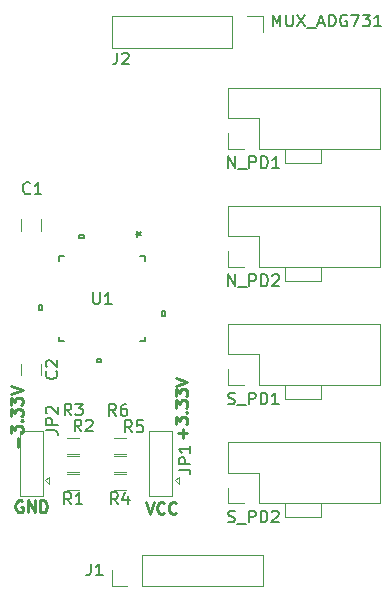
<source format=gto>
%TF.GenerationSoftware,KiCad,Pcbnew,(5.1.6-0-10_14)*%
%TF.CreationDate,2020-09-10T15:29:25+09:00*%
%TF.ProjectId,qPCR-photo_mux_ADG731BSUZ,71504352-2d70-4686-9f74-6f5f6d75785f,rev?*%
%TF.SameCoordinates,Original*%
%TF.FileFunction,Legend,Top*%
%TF.FilePolarity,Positive*%
%FSLAX46Y46*%
G04 Gerber Fmt 4.6, Leading zero omitted, Abs format (unit mm)*
G04 Created by KiCad (PCBNEW (5.1.6-0-10_14)) date 2020-09-10 15:29:25*
%MOMM*%
%LPD*%
G01*
G04 APERTURE LIST*
%ADD10C,0.250000*%
%ADD11C,0.150000*%
%ADD12C,0.120000*%
%ADD13C,0.152400*%
G04 APERTURE END LIST*
D10*
X94683746Y-104229920D02*
X95017080Y-105229920D01*
X95350413Y-104229920D01*
X96255175Y-105134682D02*
X96207556Y-105182301D01*
X96064699Y-105229920D01*
X95969460Y-105229920D01*
X95826603Y-105182301D01*
X95731365Y-105087063D01*
X95683746Y-104991825D01*
X95636127Y-104801349D01*
X95636127Y-104658492D01*
X95683746Y-104468016D01*
X95731365Y-104372778D01*
X95826603Y-104277540D01*
X95969460Y-104229920D01*
X96064699Y-104229920D01*
X96207556Y-104277540D01*
X96255175Y-104325159D01*
X97255175Y-105134682D02*
X97207556Y-105182301D01*
X97064699Y-105229920D01*
X96969460Y-105229920D01*
X96826603Y-105182301D01*
X96731365Y-105087063D01*
X96683746Y-104991825D01*
X96636127Y-104801349D01*
X96636127Y-104658492D01*
X96683746Y-104468016D01*
X96731365Y-104372778D01*
X96826603Y-104277540D01*
X96969460Y-104229920D01*
X97064699Y-104229920D01*
X97207556Y-104277540D01*
X97255175Y-104325159D01*
X84229035Y-104140380D02*
X84133797Y-104092760D01*
X83990940Y-104092760D01*
X83848082Y-104140380D01*
X83752844Y-104235618D01*
X83705225Y-104330856D01*
X83657606Y-104521332D01*
X83657606Y-104664189D01*
X83705225Y-104854665D01*
X83752844Y-104949903D01*
X83848082Y-105045141D01*
X83990940Y-105092760D01*
X84086178Y-105092760D01*
X84229035Y-105045141D01*
X84276654Y-104997522D01*
X84276654Y-104664189D01*
X84086178Y-104664189D01*
X84705225Y-105092760D02*
X84705225Y-104092760D01*
X85276654Y-105092760D01*
X85276654Y-104092760D01*
X85752844Y-105092760D02*
X85752844Y-104092760D01*
X85990940Y-104092760D01*
X86133797Y-104140380D01*
X86229035Y-104235618D01*
X86276654Y-104330856D01*
X86324273Y-104521332D01*
X86324273Y-104664189D01*
X86276654Y-104854665D01*
X86229035Y-104949903D01*
X86133797Y-105045141D01*
X85990940Y-105092760D01*
X85752844Y-105092760D01*
X83881268Y-99537210D02*
X83881268Y-98775305D01*
X83262220Y-98394353D02*
X83262220Y-97775305D01*
X83643173Y-98108639D01*
X83643173Y-97965781D01*
X83690792Y-97870543D01*
X83738411Y-97822924D01*
X83833649Y-97775305D01*
X84071744Y-97775305D01*
X84166982Y-97822924D01*
X84214601Y-97870543D01*
X84262220Y-97965781D01*
X84262220Y-98251496D01*
X84214601Y-98346734D01*
X84166982Y-98394353D01*
X84166982Y-97346734D02*
X84214601Y-97299115D01*
X84262220Y-97346734D01*
X84214601Y-97394353D01*
X84166982Y-97346734D01*
X84262220Y-97346734D01*
X83262220Y-96965781D02*
X83262220Y-96346734D01*
X83643173Y-96680067D01*
X83643173Y-96537210D01*
X83690792Y-96441972D01*
X83738411Y-96394353D01*
X83833649Y-96346734D01*
X84071744Y-96346734D01*
X84166982Y-96394353D01*
X84214601Y-96441972D01*
X84262220Y-96537210D01*
X84262220Y-96822924D01*
X84214601Y-96918162D01*
X84166982Y-96965781D01*
X83262220Y-96013400D02*
X83262220Y-95394353D01*
X83643173Y-95727686D01*
X83643173Y-95584829D01*
X83690792Y-95489591D01*
X83738411Y-95441972D01*
X83833649Y-95394353D01*
X84071744Y-95394353D01*
X84166982Y-95441972D01*
X84214601Y-95489591D01*
X84262220Y-95584829D01*
X84262220Y-95870543D01*
X84214601Y-95965781D01*
X84166982Y-96013400D01*
X83262220Y-95108639D02*
X84262220Y-94775305D01*
X83262220Y-94441972D01*
X97825868Y-98800610D02*
X97825868Y-98038705D01*
X98206820Y-98419658D02*
X97444916Y-98419658D01*
X97206820Y-97657753D02*
X97206820Y-97038705D01*
X97587773Y-97372039D01*
X97587773Y-97229181D01*
X97635392Y-97133943D01*
X97683011Y-97086324D01*
X97778249Y-97038705D01*
X98016344Y-97038705D01*
X98111582Y-97086324D01*
X98159201Y-97133943D01*
X98206820Y-97229181D01*
X98206820Y-97514896D01*
X98159201Y-97610134D01*
X98111582Y-97657753D01*
X98111582Y-96610134D02*
X98159201Y-96562515D01*
X98206820Y-96610134D01*
X98159201Y-96657753D01*
X98111582Y-96610134D01*
X98206820Y-96610134D01*
X97206820Y-96229181D02*
X97206820Y-95610134D01*
X97587773Y-95943467D01*
X97587773Y-95800610D01*
X97635392Y-95705372D01*
X97683011Y-95657753D01*
X97778249Y-95610134D01*
X98016344Y-95610134D01*
X98111582Y-95657753D01*
X98159201Y-95705372D01*
X98206820Y-95800610D01*
X98206820Y-96086324D01*
X98159201Y-96181562D01*
X98111582Y-96229181D01*
X97206820Y-95276800D02*
X97206820Y-94657753D01*
X97587773Y-94991086D01*
X97587773Y-94848229D01*
X97635392Y-94752991D01*
X97683011Y-94705372D01*
X97778249Y-94657753D01*
X98016344Y-94657753D01*
X98111582Y-94705372D01*
X98159201Y-94752991D01*
X98206820Y-94848229D01*
X98206820Y-95133943D01*
X98159201Y-95229181D01*
X98111582Y-95276800D01*
X97206820Y-94372039D02*
X98206820Y-94038705D01*
X97206820Y-93705372D01*
D11*
X105428571Y-63952380D02*
X105428571Y-62952380D01*
X105761904Y-63666666D01*
X106095238Y-62952380D01*
X106095238Y-63952380D01*
X106571428Y-62952380D02*
X106571428Y-63761904D01*
X106619047Y-63857142D01*
X106666666Y-63904761D01*
X106761904Y-63952380D01*
X106952380Y-63952380D01*
X107047619Y-63904761D01*
X107095238Y-63857142D01*
X107142857Y-63761904D01*
X107142857Y-62952380D01*
X107523809Y-62952380D02*
X108190476Y-63952380D01*
X108190476Y-62952380D02*
X107523809Y-63952380D01*
X108333333Y-64047619D02*
X109095238Y-64047619D01*
X109285714Y-63666666D02*
X109761904Y-63666666D01*
X109190476Y-63952380D02*
X109523809Y-62952380D01*
X109857142Y-63952380D01*
X110190476Y-63952380D02*
X110190476Y-62952380D01*
X110428571Y-62952380D01*
X110571428Y-63000000D01*
X110666666Y-63095238D01*
X110714285Y-63190476D01*
X110761904Y-63380952D01*
X110761904Y-63523809D01*
X110714285Y-63714285D01*
X110666666Y-63809523D01*
X110571428Y-63904761D01*
X110428571Y-63952380D01*
X110190476Y-63952380D01*
X111714285Y-63000000D02*
X111619047Y-62952380D01*
X111476190Y-62952380D01*
X111333333Y-63000000D01*
X111238095Y-63095238D01*
X111190476Y-63190476D01*
X111142857Y-63380952D01*
X111142857Y-63523809D01*
X111190476Y-63714285D01*
X111238095Y-63809523D01*
X111333333Y-63904761D01*
X111476190Y-63952380D01*
X111571428Y-63952380D01*
X111714285Y-63904761D01*
X111761904Y-63857142D01*
X111761904Y-63523809D01*
X111571428Y-63523809D01*
X112095238Y-62952380D02*
X112761904Y-62952380D01*
X112333333Y-63952380D01*
X113047619Y-62952380D02*
X113666666Y-62952380D01*
X113333333Y-63333333D01*
X113476190Y-63333333D01*
X113571428Y-63380952D01*
X113619047Y-63428571D01*
X113666666Y-63523809D01*
X113666666Y-63761904D01*
X113619047Y-63857142D01*
X113571428Y-63904761D01*
X113476190Y-63952380D01*
X113190476Y-63952380D01*
X113095238Y-63904761D01*
X113047619Y-63857142D01*
X114619047Y-63952380D02*
X114047619Y-63952380D01*
X114333333Y-63952380D02*
X114333333Y-62952380D01*
X114238095Y-63095238D01*
X114142857Y-63190476D01*
X114047619Y-63238095D01*
D12*
%TO.C,C1*%
X84150000Y-80250000D02*
X84150000Y-81250000D01*
X85850000Y-81250000D02*
X85850000Y-80250000D01*
%TO.C,C2*%
X84150000Y-92500000D02*
X84150000Y-93500000D01*
X85850000Y-93500000D02*
X85850000Y-92500000D01*
%TO.C,J1*%
X104628000Y-111330000D02*
X104628000Y-108670000D01*
X94408000Y-111330000D02*
X104628000Y-111330000D01*
X94408000Y-108670000D02*
X104628000Y-108670000D01*
X94408000Y-111330000D02*
X94408000Y-108670000D01*
X93138000Y-111330000D02*
X91808000Y-111330000D01*
X91808000Y-111330000D02*
X91808000Y-110000000D01*
%TO.C,J2*%
X104628000Y-63110000D02*
X104628000Y-64440000D01*
X103298000Y-63110000D02*
X104628000Y-63110000D01*
X102028000Y-63110000D02*
X102028000Y-65770000D01*
X102028000Y-65770000D02*
X91808000Y-65770000D01*
X102028000Y-63110000D02*
X91808000Y-63110000D01*
X91808000Y-63110000D02*
X91808000Y-65770000D01*
%TO.C,JP1*%
X95000000Y-103750000D02*
X95000000Y-98250000D01*
X95000000Y-98250000D02*
X96950000Y-98250000D01*
X96950000Y-98250000D02*
X96950000Y-103750000D01*
X96950000Y-103750000D02*
X95000000Y-103750000D01*
X97200000Y-102400000D02*
X97500000Y-102700000D01*
X97500000Y-102700000D02*
X97500000Y-102100000D01*
X97500000Y-102100000D02*
X97200000Y-102400000D01*
%TO.C,JP2*%
X86500000Y-102100000D02*
X86200000Y-102400000D01*
X86500000Y-102700000D02*
X86500000Y-102100000D01*
X86200000Y-102400000D02*
X86500000Y-102700000D01*
X85950000Y-103750000D02*
X84000000Y-103750000D01*
X85950000Y-98250000D02*
X85950000Y-103750000D01*
X84000000Y-98250000D02*
X85950000Y-98250000D01*
X84000000Y-103750000D02*
X84000000Y-98250000D01*
%TO.C,N_PD1*%
X109500000Y-75500000D02*
X109500000Y-74330000D01*
X106500000Y-75500000D02*
X109500000Y-75500000D01*
X106500000Y-74330000D02*
X106500000Y-75500000D01*
X114490000Y-74330000D02*
X114490000Y-69130000D01*
X104270000Y-74330000D02*
X114490000Y-74330000D01*
X101670000Y-69130000D02*
X114490000Y-69130000D01*
X104270000Y-74330000D02*
X104270000Y-71730000D01*
X104270000Y-71730000D02*
X101670000Y-71730000D01*
X101670000Y-71730000D02*
X101670000Y-69130000D01*
X103000000Y-74330000D02*
X101670000Y-74330000D01*
X101670000Y-74330000D02*
X101670000Y-73000000D01*
%TO.C,N_PD2*%
X101670000Y-84330000D02*
X101670000Y-83000000D01*
X103000000Y-84330000D02*
X101670000Y-84330000D01*
X101670000Y-81730000D02*
X101670000Y-79130000D01*
X104270000Y-81730000D02*
X101670000Y-81730000D01*
X104270000Y-84330000D02*
X104270000Y-81730000D01*
X101670000Y-79130000D02*
X114490000Y-79130000D01*
X104270000Y-84330000D02*
X114490000Y-84330000D01*
X114490000Y-84330000D02*
X114490000Y-79130000D01*
X106500000Y-84330000D02*
X106500000Y-85500000D01*
X106500000Y-85500000D02*
X109500000Y-85500000D01*
X109500000Y-85500000D02*
X109500000Y-84330000D01*
%TO.C,R1*%
X89000000Y-103180000D02*
X88000000Y-103180000D01*
X88000000Y-101820000D02*
X89000000Y-101820000D01*
%TO.C,R2*%
X89000000Y-101680000D02*
X88000000Y-101680000D01*
X88000000Y-100320000D02*
X89000000Y-100320000D01*
%TO.C,R3*%
X89000000Y-100180000D02*
X88000000Y-100180000D01*
X88000000Y-98820000D02*
X89000000Y-98820000D01*
%TO.C,R4*%
X93000000Y-103180000D02*
X92000000Y-103180000D01*
X92000000Y-101820000D02*
X93000000Y-101820000D01*
%TO.C,R5*%
X93000000Y-101680000D02*
X92000000Y-101680000D01*
X92000000Y-100320000D02*
X93000000Y-100320000D01*
%TO.C,R6*%
X93000000Y-100180000D02*
X92000000Y-100180000D01*
X92000000Y-98820000D02*
X93000000Y-98820000D01*
%TO.C,S_PD1*%
X101670000Y-94330000D02*
X101670000Y-93000000D01*
X103000000Y-94330000D02*
X101670000Y-94330000D01*
X101670000Y-91730000D02*
X101670000Y-89130000D01*
X104270000Y-91730000D02*
X101670000Y-91730000D01*
X104270000Y-94330000D02*
X104270000Y-91730000D01*
X101670000Y-89130000D02*
X114490000Y-89130000D01*
X104270000Y-94330000D02*
X114490000Y-94330000D01*
X114490000Y-94330000D02*
X114490000Y-89130000D01*
X106500000Y-94330000D02*
X106500000Y-95500000D01*
X106500000Y-95500000D02*
X109500000Y-95500000D01*
X109500000Y-95500000D02*
X109500000Y-94330000D01*
%TO.C,S_PD2*%
X109500000Y-105500000D02*
X109500000Y-104330000D01*
X106500000Y-105500000D02*
X109500000Y-105500000D01*
X106500000Y-104330000D02*
X106500000Y-105500000D01*
X114490000Y-104330000D02*
X114490000Y-99130000D01*
X104270000Y-104330000D02*
X114490000Y-104330000D01*
X101670000Y-99130000D02*
X114490000Y-99130000D01*
X104270000Y-104330000D02*
X104270000Y-101730000D01*
X104270000Y-101730000D02*
X101670000Y-101730000D01*
X101670000Y-101730000D02*
X101670000Y-99130000D01*
X103000000Y-104330000D02*
X101670000Y-104330000D01*
X101670000Y-104330000D02*
X101670000Y-103000000D01*
D13*
%TO.C,U1*%
X96105400Y-88440500D02*
X96105400Y-88059500D01*
X96359400Y-88440500D02*
X96105400Y-88440500D01*
X96359400Y-88059500D02*
X96359400Y-88440500D01*
X96105400Y-88059500D02*
X96359400Y-88059500D01*
X90940501Y-92105400D02*
X90940501Y-92359400D01*
X90559500Y-92105400D02*
X90940501Y-92105400D01*
X90559500Y-92359400D02*
X90559500Y-92105400D01*
X90940501Y-92359400D02*
X90559500Y-92359400D01*
X85894600Y-87940501D02*
X85894600Y-87559501D01*
X85640600Y-87940501D02*
X85894600Y-87940501D01*
X85640600Y-87559501D02*
X85640600Y-87940501D01*
X85894600Y-87559501D02*
X85640600Y-87559501D01*
X89440501Y-81894600D02*
X89440501Y-81640600D01*
X89059501Y-81894600D02*
X89440501Y-81894600D01*
X89059501Y-81640600D02*
X89059501Y-81894600D01*
X89440501Y-81640600D02*
X89059501Y-81640600D01*
X94632200Y-83777560D02*
X94632200Y-83367800D01*
X94222440Y-90632200D02*
X94632200Y-90632200D01*
X87367800Y-90222440D02*
X87367800Y-90632200D01*
X87777560Y-83367800D02*
X87367800Y-83367800D01*
X94632200Y-83367800D02*
X94222440Y-83367800D01*
X94632200Y-90632200D02*
X94632200Y-90222440D01*
X87367800Y-90632200D02*
X87777560Y-90632200D01*
X87367800Y-83367800D02*
X87367800Y-83777560D01*
%TO.C,C1*%
D11*
X84895393Y-78058282D02*
X84847774Y-78105901D01*
X84704917Y-78153520D01*
X84609679Y-78153520D01*
X84466821Y-78105901D01*
X84371583Y-78010663D01*
X84323964Y-77915425D01*
X84276345Y-77724949D01*
X84276345Y-77582092D01*
X84323964Y-77391616D01*
X84371583Y-77296378D01*
X84466821Y-77201140D01*
X84609679Y-77153520D01*
X84704917Y-77153520D01*
X84847774Y-77201140D01*
X84895393Y-77248759D01*
X85847774Y-78153520D02*
X85276345Y-78153520D01*
X85562060Y-78153520D02*
X85562060Y-77153520D01*
X85466821Y-77296378D01*
X85371583Y-77391616D01*
X85276345Y-77439235D01*
%TO.C,C2*%
X87107142Y-93166666D02*
X87154761Y-93214285D01*
X87202380Y-93357142D01*
X87202380Y-93452380D01*
X87154761Y-93595238D01*
X87059523Y-93690476D01*
X86964285Y-93738095D01*
X86773809Y-93785714D01*
X86630952Y-93785714D01*
X86440476Y-93738095D01*
X86345238Y-93690476D01*
X86250000Y-93595238D01*
X86202380Y-93452380D01*
X86202380Y-93357142D01*
X86250000Y-93214285D01*
X86297619Y-93166666D01*
X86297619Y-92785714D02*
X86250000Y-92738095D01*
X86202380Y-92642857D01*
X86202380Y-92404761D01*
X86250000Y-92309523D01*
X86297619Y-92261904D01*
X86392857Y-92214285D01*
X86488095Y-92214285D01*
X86630952Y-92261904D01*
X87202380Y-92833333D01*
X87202380Y-92214285D01*
%TO.C,J1*%
X90050026Y-109442000D02*
X90050026Y-110156286D01*
X90002407Y-110299143D01*
X89907169Y-110394381D01*
X89764312Y-110442000D01*
X89669074Y-110442000D01*
X91050026Y-110442000D02*
X90478598Y-110442000D01*
X90764312Y-110442000D02*
X90764312Y-109442000D01*
X90669074Y-109584858D01*
X90573836Y-109680096D01*
X90478598Y-109727715D01*
%TO.C,J2*%
X92257286Y-66165480D02*
X92257286Y-66879766D01*
X92209667Y-67022623D01*
X92114429Y-67117861D01*
X91971572Y-67165480D01*
X91876334Y-67165480D01*
X92685858Y-66260719D02*
X92733477Y-66213100D01*
X92828715Y-66165480D01*
X93066810Y-66165480D01*
X93162048Y-66213100D01*
X93209667Y-66260719D01*
X93257286Y-66355957D01*
X93257286Y-66451195D01*
X93209667Y-66594052D01*
X92638239Y-67165480D01*
X93257286Y-67165480D01*
%TO.C,JP1*%
X97470980Y-101485913D02*
X98185266Y-101485913D01*
X98328123Y-101533532D01*
X98423361Y-101628770D01*
X98470980Y-101771627D01*
X98470980Y-101866865D01*
X98470980Y-101009722D02*
X97470980Y-101009722D01*
X97470980Y-100628770D01*
X97518600Y-100533532D01*
X97566219Y-100485913D01*
X97661457Y-100438294D01*
X97804314Y-100438294D01*
X97899552Y-100485913D01*
X97947171Y-100533532D01*
X97994790Y-100628770D01*
X97994790Y-101009722D01*
X98470980Y-99485913D02*
X98470980Y-100057341D01*
X98470980Y-99771627D02*
X97470980Y-99771627D01*
X97613838Y-99866865D01*
X97709076Y-99962103D01*
X97756695Y-100057341D01*
%TO.C,JP2*%
X86223860Y-98138193D02*
X86938146Y-98138193D01*
X87081003Y-98185812D01*
X87176241Y-98281050D01*
X87223860Y-98423907D01*
X87223860Y-98519145D01*
X87223860Y-97662002D02*
X86223860Y-97662002D01*
X86223860Y-97281050D01*
X86271480Y-97185812D01*
X86319099Y-97138193D01*
X86414337Y-97090574D01*
X86557194Y-97090574D01*
X86652432Y-97138193D01*
X86700051Y-97185812D01*
X86747670Y-97281050D01*
X86747670Y-97662002D01*
X86319099Y-96709621D02*
X86271480Y-96662002D01*
X86223860Y-96566764D01*
X86223860Y-96328669D01*
X86271480Y-96233431D01*
X86319099Y-96185812D01*
X86414337Y-96138193D01*
X86509575Y-96138193D01*
X86652432Y-96185812D01*
X87223860Y-96757240D01*
X87223860Y-96138193D01*
%TO.C,N_PD1*%
X101657142Y-75952380D02*
X101657142Y-74952380D01*
X102228571Y-75952380D01*
X102228571Y-74952380D01*
X102466666Y-76047619D02*
X103228571Y-76047619D01*
X103466666Y-75952380D02*
X103466666Y-74952380D01*
X103847619Y-74952380D01*
X103942857Y-75000000D01*
X103990476Y-75047619D01*
X104038095Y-75142857D01*
X104038095Y-75285714D01*
X103990476Y-75380952D01*
X103942857Y-75428571D01*
X103847619Y-75476190D01*
X103466666Y-75476190D01*
X104466666Y-75952380D02*
X104466666Y-74952380D01*
X104704761Y-74952380D01*
X104847619Y-75000000D01*
X104942857Y-75095238D01*
X104990476Y-75190476D01*
X105038095Y-75380952D01*
X105038095Y-75523809D01*
X104990476Y-75714285D01*
X104942857Y-75809523D01*
X104847619Y-75904761D01*
X104704761Y-75952380D01*
X104466666Y-75952380D01*
X105990476Y-75952380D02*
X105419047Y-75952380D01*
X105704761Y-75952380D02*
X105704761Y-74952380D01*
X105609523Y-75095238D01*
X105514285Y-75190476D01*
X105419047Y-75238095D01*
%TO.C,N_PD2*%
X101657142Y-85952380D02*
X101657142Y-84952380D01*
X102228571Y-85952380D01*
X102228571Y-84952380D01*
X102466666Y-86047619D02*
X103228571Y-86047619D01*
X103466666Y-85952380D02*
X103466666Y-84952380D01*
X103847619Y-84952380D01*
X103942857Y-85000000D01*
X103990476Y-85047619D01*
X104038095Y-85142857D01*
X104038095Y-85285714D01*
X103990476Y-85380952D01*
X103942857Y-85428571D01*
X103847619Y-85476190D01*
X103466666Y-85476190D01*
X104466666Y-85952380D02*
X104466666Y-84952380D01*
X104704761Y-84952380D01*
X104847619Y-85000000D01*
X104942857Y-85095238D01*
X104990476Y-85190476D01*
X105038095Y-85380952D01*
X105038095Y-85523809D01*
X104990476Y-85714285D01*
X104942857Y-85809523D01*
X104847619Y-85904761D01*
X104704761Y-85952380D01*
X104466666Y-85952380D01*
X105419047Y-85047619D02*
X105466666Y-85000000D01*
X105561904Y-84952380D01*
X105800000Y-84952380D01*
X105895238Y-85000000D01*
X105942857Y-85047619D01*
X105990476Y-85142857D01*
X105990476Y-85238095D01*
X105942857Y-85380952D01*
X105371428Y-85952380D01*
X105990476Y-85952380D01*
%TO.C,R1*%
X88370113Y-104417120D02*
X88036780Y-103940930D01*
X87798684Y-104417120D02*
X87798684Y-103417120D01*
X88179637Y-103417120D01*
X88274875Y-103464740D01*
X88322494Y-103512359D01*
X88370113Y-103607597D01*
X88370113Y-103750454D01*
X88322494Y-103845692D01*
X88274875Y-103893311D01*
X88179637Y-103940930D01*
X87798684Y-103940930D01*
X89322494Y-104417120D02*
X88751065Y-104417120D01*
X89036780Y-104417120D02*
X89036780Y-103417120D01*
X88941541Y-103559978D01*
X88846303Y-103655216D01*
X88751065Y-103702835D01*
%TO.C,R2*%
X89241333Y-98239840D02*
X88908000Y-97763650D01*
X88669904Y-98239840D02*
X88669904Y-97239840D01*
X89050857Y-97239840D01*
X89146095Y-97287460D01*
X89193714Y-97335079D01*
X89241333Y-97430317D01*
X89241333Y-97573174D01*
X89193714Y-97668412D01*
X89146095Y-97716031D01*
X89050857Y-97763650D01*
X88669904Y-97763650D01*
X89622285Y-97335079D02*
X89669904Y-97287460D01*
X89765142Y-97239840D01*
X90003238Y-97239840D01*
X90098476Y-97287460D01*
X90146095Y-97335079D01*
X90193714Y-97430317D01*
X90193714Y-97525555D01*
X90146095Y-97668412D01*
X89574666Y-98239840D01*
X90193714Y-98239840D01*
%TO.C,R3*%
X88390433Y-96888560D02*
X88057100Y-96412370D01*
X87819004Y-96888560D02*
X87819004Y-95888560D01*
X88199957Y-95888560D01*
X88295195Y-95936180D01*
X88342814Y-95983799D01*
X88390433Y-96079037D01*
X88390433Y-96221894D01*
X88342814Y-96317132D01*
X88295195Y-96364751D01*
X88199957Y-96412370D01*
X87819004Y-96412370D01*
X88723766Y-95888560D02*
X89342814Y-95888560D01*
X89009480Y-96269513D01*
X89152338Y-96269513D01*
X89247576Y-96317132D01*
X89295195Y-96364751D01*
X89342814Y-96459989D01*
X89342814Y-96698084D01*
X89295195Y-96793322D01*
X89247576Y-96840941D01*
X89152338Y-96888560D01*
X88866623Y-96888560D01*
X88771385Y-96840941D01*
X88723766Y-96793322D01*
%TO.C,R4*%
X92333333Y-104402380D02*
X92000000Y-103926190D01*
X91761904Y-104402380D02*
X91761904Y-103402380D01*
X92142857Y-103402380D01*
X92238095Y-103450000D01*
X92285714Y-103497619D01*
X92333333Y-103592857D01*
X92333333Y-103735714D01*
X92285714Y-103830952D01*
X92238095Y-103878571D01*
X92142857Y-103926190D01*
X91761904Y-103926190D01*
X93190476Y-103735714D02*
X93190476Y-104402380D01*
X92952380Y-103354761D02*
X92714285Y-104069047D01*
X93333333Y-104069047D01*
%TO.C,R5*%
X93523773Y-98321120D02*
X93190440Y-97844930D01*
X92952344Y-98321120D02*
X92952344Y-97321120D01*
X93333297Y-97321120D01*
X93428535Y-97368740D01*
X93476154Y-97416359D01*
X93523773Y-97511597D01*
X93523773Y-97654454D01*
X93476154Y-97749692D01*
X93428535Y-97797311D01*
X93333297Y-97844930D01*
X92952344Y-97844930D01*
X94428535Y-97321120D02*
X93952344Y-97321120D01*
X93904725Y-97797311D01*
X93952344Y-97749692D01*
X94047582Y-97702073D01*
X94285678Y-97702073D01*
X94380916Y-97749692D01*
X94428535Y-97797311D01*
X94476154Y-97892549D01*
X94476154Y-98130644D01*
X94428535Y-98225882D01*
X94380916Y-98273501D01*
X94285678Y-98321120D01*
X94047582Y-98321120D01*
X93952344Y-98273501D01*
X93904725Y-98225882D01*
%TO.C,R6*%
X92172493Y-96939360D02*
X91839160Y-96463170D01*
X91601064Y-96939360D02*
X91601064Y-95939360D01*
X91982017Y-95939360D01*
X92077255Y-95986980D01*
X92124874Y-96034599D01*
X92172493Y-96129837D01*
X92172493Y-96272694D01*
X92124874Y-96367932D01*
X92077255Y-96415551D01*
X91982017Y-96463170D01*
X91601064Y-96463170D01*
X93029636Y-95939360D02*
X92839160Y-95939360D01*
X92743921Y-95986980D01*
X92696302Y-96034599D01*
X92601064Y-96177456D01*
X92553445Y-96367932D01*
X92553445Y-96748884D01*
X92601064Y-96844122D01*
X92648683Y-96891741D01*
X92743921Y-96939360D01*
X92934398Y-96939360D01*
X93029636Y-96891741D01*
X93077255Y-96844122D01*
X93124874Y-96748884D01*
X93124874Y-96510789D01*
X93077255Y-96415551D01*
X93029636Y-96367932D01*
X92934398Y-96320313D01*
X92743921Y-96320313D01*
X92648683Y-96367932D01*
X92601064Y-96415551D01*
X92553445Y-96510789D01*
%TO.C,S_PD1*%
X101657142Y-95904761D02*
X101800000Y-95952380D01*
X102038095Y-95952380D01*
X102133333Y-95904761D01*
X102180952Y-95857142D01*
X102228571Y-95761904D01*
X102228571Y-95666666D01*
X102180952Y-95571428D01*
X102133333Y-95523809D01*
X102038095Y-95476190D01*
X101847619Y-95428571D01*
X101752380Y-95380952D01*
X101704761Y-95333333D01*
X101657142Y-95238095D01*
X101657142Y-95142857D01*
X101704761Y-95047619D01*
X101752380Y-95000000D01*
X101847619Y-94952380D01*
X102085714Y-94952380D01*
X102228571Y-95000000D01*
X102419047Y-96047619D02*
X103180952Y-96047619D01*
X103419047Y-95952380D02*
X103419047Y-94952380D01*
X103800000Y-94952380D01*
X103895238Y-95000000D01*
X103942857Y-95047619D01*
X103990476Y-95142857D01*
X103990476Y-95285714D01*
X103942857Y-95380952D01*
X103895238Y-95428571D01*
X103800000Y-95476190D01*
X103419047Y-95476190D01*
X104419047Y-95952380D02*
X104419047Y-94952380D01*
X104657142Y-94952380D01*
X104800000Y-95000000D01*
X104895238Y-95095238D01*
X104942857Y-95190476D01*
X104990476Y-95380952D01*
X104990476Y-95523809D01*
X104942857Y-95714285D01*
X104895238Y-95809523D01*
X104800000Y-95904761D01*
X104657142Y-95952380D01*
X104419047Y-95952380D01*
X105942857Y-95952380D02*
X105371428Y-95952380D01*
X105657142Y-95952380D02*
X105657142Y-94952380D01*
X105561904Y-95095238D01*
X105466666Y-95190476D01*
X105371428Y-95238095D01*
%TO.C,S_PD2*%
X101657142Y-105904761D02*
X101800000Y-105952380D01*
X102038095Y-105952380D01*
X102133333Y-105904761D01*
X102180952Y-105857142D01*
X102228571Y-105761904D01*
X102228571Y-105666666D01*
X102180952Y-105571428D01*
X102133333Y-105523809D01*
X102038095Y-105476190D01*
X101847619Y-105428571D01*
X101752380Y-105380952D01*
X101704761Y-105333333D01*
X101657142Y-105238095D01*
X101657142Y-105142857D01*
X101704761Y-105047619D01*
X101752380Y-105000000D01*
X101847619Y-104952380D01*
X102085714Y-104952380D01*
X102228571Y-105000000D01*
X102419047Y-106047619D02*
X103180952Y-106047619D01*
X103419047Y-105952380D02*
X103419047Y-104952380D01*
X103800000Y-104952380D01*
X103895238Y-105000000D01*
X103942857Y-105047619D01*
X103990476Y-105142857D01*
X103990476Y-105285714D01*
X103942857Y-105380952D01*
X103895238Y-105428571D01*
X103800000Y-105476190D01*
X103419047Y-105476190D01*
X104419047Y-105952380D02*
X104419047Y-104952380D01*
X104657142Y-104952380D01*
X104800000Y-105000000D01*
X104895238Y-105095238D01*
X104942857Y-105190476D01*
X104990476Y-105380952D01*
X104990476Y-105523809D01*
X104942857Y-105714285D01*
X104895238Y-105809523D01*
X104800000Y-105904761D01*
X104657142Y-105952380D01*
X104419047Y-105952380D01*
X105371428Y-105047619D02*
X105419047Y-105000000D01*
X105514285Y-104952380D01*
X105752380Y-104952380D01*
X105847619Y-105000000D01*
X105895238Y-105047619D01*
X105942857Y-105142857D01*
X105942857Y-105238095D01*
X105895238Y-105380952D01*
X105323809Y-105952380D01*
X105942857Y-105952380D01*
%TO.C,U1*%
X90238095Y-86452380D02*
X90238095Y-87261904D01*
X90285714Y-87357142D01*
X90333333Y-87404761D01*
X90428571Y-87452380D01*
X90619047Y-87452380D01*
X90714285Y-87404761D01*
X90761904Y-87357142D01*
X90809523Y-87261904D01*
X90809523Y-86452380D01*
X91809523Y-87452380D02*
X91238095Y-87452380D01*
X91523809Y-87452380D02*
X91523809Y-86452380D01*
X91428571Y-86595238D01*
X91333333Y-86690476D01*
X91238095Y-86738095D01*
X93833380Y-81513600D02*
X94071476Y-81513600D01*
X93976238Y-81751695D02*
X94071476Y-81513600D01*
X93976238Y-81275504D01*
X94261952Y-81656457D02*
X94071476Y-81513600D01*
X94261952Y-81370742D01*
X93833380Y-81513600D02*
X94071476Y-81513600D01*
X93976238Y-81751695D02*
X94071476Y-81513600D01*
X93976238Y-81275504D01*
X94261952Y-81656457D02*
X94071476Y-81513600D01*
X94261952Y-81370742D01*
%TD*%
M02*

</source>
